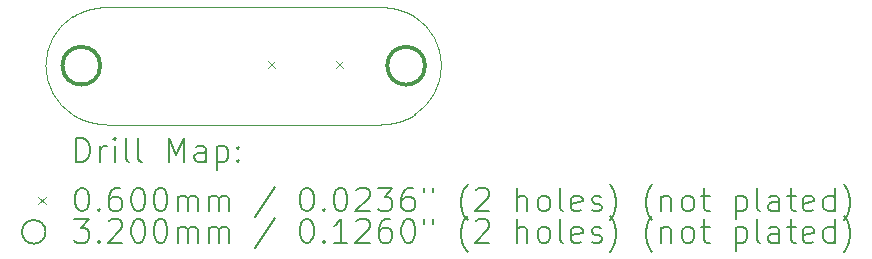
<source format=gbr>
%TF.GenerationSoftware,KiCad,Pcbnew,9.0.6*%
%TF.CreationDate,2025-12-27T03:33:36+09:00*%
%TF.ProjectId,muon,6d756f6e-2e6b-4696-9361-645f70636258,rev?*%
%TF.SameCoordinates,Original*%
%TF.FileFunction,Drillmap*%
%TF.FilePolarity,Positive*%
%FSLAX45Y45*%
G04 Gerber Fmt 4.5, Leading zero omitted, Abs format (unit mm)*
G04 Created by KiCad (PCBNEW 9.0.6) date 2025-12-27 03:33:36*
%MOMM*%
%LPD*%
G01*
G04 APERTURE LIST*
%ADD10C,0.050000*%
%ADD11C,0.200000*%
%ADD12C,0.100000*%
%ADD13C,0.320000*%
G04 APERTURE END LIST*
D10*
X7869895Y-6000000D02*
X7875570Y-6000000D01*
X7881285Y-5999997D01*
X7887039Y-5999991D01*
X7892831Y-5999979D01*
X7895741Y-5999971D01*
X7898661Y-5999960D01*
X7901589Y-5999946D01*
X7904526Y-5999930D01*
X7907473Y-5999911D01*
X7910427Y-5999889D01*
X7913391Y-5999864D01*
X7916362Y-5999835D01*
X7919342Y-5999802D01*
X7922330Y-5999765D01*
X7925327Y-5999723D01*
X7928331Y-5999677D01*
X7931343Y-5999626D01*
X7934362Y-5999570D01*
X7937389Y-5999509D01*
X7940424Y-5999442D01*
X7943465Y-5999369D01*
X7946514Y-5999291D01*
X7949570Y-5999206D01*
X7952633Y-5999114D01*
X7955703Y-5999016D01*
X7958779Y-5998910D01*
X7961862Y-5998798D01*
X7964951Y-5998678D01*
X7968046Y-5998550D01*
X7971148Y-5998414D01*
X7972701Y-5998343D01*
X7974255Y-5998270D01*
X7975811Y-5998195D01*
X7977369Y-5998117D01*
X7978928Y-5998038D01*
X7980488Y-5997956D01*
X7982050Y-5997872D01*
X7983613Y-5997786D01*
X7985177Y-5997697D01*
X7986743Y-5997606D01*
X7988310Y-5997513D01*
X7989879Y-5997417D01*
X7991449Y-5997319D01*
X7993020Y-5997219D01*
X7994593Y-5997116D01*
X7996166Y-5997010D01*
X7997741Y-5996902D01*
X7999317Y-5996791D01*
X8000895Y-5996678D01*
X8002473Y-5996562D01*
X8004053Y-5996444D01*
X8005634Y-5996323D01*
X8007216Y-5996199D01*
X8008800Y-5996072D01*
X8010384Y-5995942D01*
X8011970Y-5995810D01*
X8013556Y-5995675D01*
X8015144Y-5995537D01*
X8016733Y-5995396D01*
X8018323Y-5995252D01*
X8019914Y-5995105D01*
X8021505Y-5994956D01*
X8023098Y-5994803D01*
X8024692Y-5994647D01*
X8026287Y-5994488D01*
X8027883Y-5994326D01*
X8029479Y-5994160D01*
X8031077Y-5993992D01*
X8032676Y-5993820D01*
X8034275Y-5993646D01*
X8035875Y-5993467D01*
X8037476Y-5993286D01*
X8039078Y-5993101D01*
X8040681Y-5992913D01*
X8042285Y-5992721D01*
X8043889Y-5992527D01*
X8045495Y-5992328D01*
X8047101Y-5992126D01*
X8048707Y-5991921D01*
X8050315Y-5991712D01*
X8051923Y-5991499D01*
X8053532Y-5991283D01*
X8055141Y-5991064D01*
X8056752Y-5990840D01*
X8058363Y-5990613D01*
X8059974Y-5990382D01*
X8061586Y-5990148D01*
X8063199Y-5989909D01*
X8064812Y-5989667D01*
X8066426Y-5989421D01*
X8068041Y-5989171D01*
X8069656Y-5988917D01*
X8071271Y-5988660D01*
X8072887Y-5988398D01*
X8074504Y-5988132D01*
X8076121Y-5987863D01*
X8077738Y-5987589D01*
X8079356Y-5987311D01*
X8080975Y-5987029D01*
X8082594Y-5986743D01*
X8084213Y-5986453D01*
X8085832Y-5986158D01*
X8087452Y-5985859D01*
X8089073Y-5985556D01*
X8090693Y-5985249D01*
X8092314Y-5984938D01*
X8093936Y-5984622D01*
X8095557Y-5984301D01*
X8097179Y-5983976D01*
X8098801Y-5983647D01*
X8100424Y-5983313D01*
X8102046Y-5982975D01*
X8103669Y-5982632D01*
X8105292Y-5982285D01*
X8106915Y-5981933D01*
X8108538Y-5981577D01*
X8110162Y-5981215D01*
X8111786Y-5980849D01*
X8113409Y-5980479D01*
X8115033Y-5980103D01*
X8116657Y-5979723D01*
X8118281Y-5979338D01*
X8119905Y-5978948D01*
X8121529Y-5978554D01*
X8123153Y-5978154D01*
X8124778Y-5977750D01*
X8126402Y-5977340D01*
X8128026Y-5976926D01*
X8129650Y-5976506D01*
X8131274Y-5976081D01*
X8132898Y-5975652D01*
X8134522Y-5975217D01*
X8136145Y-5974777D01*
X8137769Y-5974332D01*
X8139392Y-5973882D01*
X8141016Y-5973426D01*
X8142639Y-5972965D01*
X8144262Y-5972499D01*
X8145885Y-5972028D01*
X8147507Y-5971551D01*
X8149130Y-5971069D01*
X8150752Y-5970581D01*
X8152374Y-5970088D01*
X8153995Y-5969590D01*
X8155617Y-5969086D01*
X8157238Y-5968576D01*
X8158858Y-5968061D01*
X8160479Y-5967540D01*
X8162099Y-5967014D01*
X8163718Y-5966482D01*
X8165337Y-5965944D01*
X8166956Y-5965401D01*
X8168575Y-5964852D01*
X8170193Y-5964297D01*
X8171810Y-5963736D01*
X8173427Y-5963169D01*
X8175044Y-5962597D01*
X8176660Y-5962018D01*
X8178275Y-5961434D01*
X8179890Y-5960844D01*
X8181505Y-5960247D01*
X8183119Y-5959645D01*
X8184732Y-5959037D01*
X8186345Y-5958422D01*
X8187957Y-5957802D01*
X8189569Y-5957175D01*
X8191179Y-5956542D01*
X8192790Y-5955903D01*
X8194399Y-5955258D01*
X8196008Y-5954606D01*
X8197616Y-5953948D01*
X8199224Y-5953284D01*
X8200831Y-5952614D01*
X8202437Y-5951937D01*
X8204042Y-5951253D01*
X8205646Y-5950563D01*
X8207250Y-5949867D01*
X8208853Y-5949164D01*
X8210455Y-5948455D01*
X8212056Y-5947739D01*
X8213656Y-5947017D01*
X8215256Y-5946288D01*
X8216854Y-5945552D01*
X8218452Y-5944809D01*
X8220049Y-5944060D01*
X8221644Y-5943304D01*
X8223239Y-5942542D01*
X8224833Y-5941772D01*
X8226426Y-5940996D01*
X8228018Y-5940212D01*
X8229609Y-5939422D01*
X8231198Y-5938625D01*
X8232787Y-5937821D01*
X8234375Y-5937010D01*
X8235962Y-5936192D01*
X8237547Y-5935367D01*
X8239132Y-5934535D01*
X8240715Y-5933696D01*
X8242297Y-5932849D01*
X8243878Y-5931996D01*
X8245458Y-5931135D01*
X8247037Y-5930267D01*
X8248614Y-5929391D01*
X8250190Y-5928509D01*
X8251765Y-5927619D01*
X8253339Y-5926722D01*
X8254911Y-5925817D01*
X8256483Y-5924905D01*
X8258052Y-5923985D01*
X8259621Y-5923058D01*
X8261188Y-5922124D01*
X8262754Y-5921182D01*
X8264319Y-5920232D01*
X8265882Y-5919275D01*
X8267444Y-5918310D01*
X8269004Y-5917338D01*
X8270563Y-5916358D01*
X8272120Y-5915370D01*
X7869895Y-5000000D02*
X7875570Y-5000000D01*
X7881285Y-5000003D01*
X7887039Y-5000009D01*
X7892831Y-5000021D01*
X7895741Y-5000029D01*
X7898661Y-5000040D01*
X7901589Y-5000054D01*
X7904526Y-5000070D01*
X7907473Y-5000089D01*
X7910427Y-5000111D01*
X7913391Y-5000136D01*
X7916362Y-5000165D01*
X7919342Y-5000198D01*
X7922330Y-5000235D01*
X7925327Y-5000277D01*
X7928331Y-5000323D01*
X7931343Y-5000374D01*
X7934362Y-5000430D01*
X7937389Y-5000491D01*
X7940424Y-5000558D01*
X7943465Y-5000631D01*
X7946514Y-5000709D01*
X7949570Y-5000794D01*
X7952633Y-5000886D01*
X7955703Y-5000984D01*
X7958779Y-5001090D01*
X7961862Y-5001202D01*
X7964951Y-5001322D01*
X7968046Y-5001450D01*
X7971148Y-5001586D01*
X7972701Y-5001657D01*
X7974255Y-5001730D01*
X7975811Y-5001805D01*
X7977369Y-5001883D01*
X7978928Y-5001962D01*
X7980488Y-5002044D01*
X7982050Y-5002128D01*
X7983613Y-5002214D01*
X7985177Y-5002303D01*
X7986743Y-5002394D01*
X7988310Y-5002487D01*
X7989879Y-5002583D01*
X7991449Y-5002681D01*
X7993020Y-5002781D01*
X7994593Y-5002884D01*
X7996166Y-5002990D01*
X7997741Y-5003098D01*
X7999317Y-5003209D01*
X8000895Y-5003322D01*
X8002473Y-5003438D01*
X8004053Y-5003556D01*
X8005634Y-5003677D01*
X8007216Y-5003801D01*
X8008800Y-5003928D01*
X8010384Y-5004058D01*
X8011970Y-5004190D01*
X8013556Y-5004325D01*
X8015144Y-5004463D01*
X8016733Y-5004604D01*
X8018323Y-5004748D01*
X8019914Y-5004895D01*
X8021505Y-5005044D01*
X8023098Y-5005197D01*
X8024692Y-5005353D01*
X8026287Y-5005512D01*
X8027883Y-5005674D01*
X8029479Y-5005840D01*
X8031077Y-5006008D01*
X8032676Y-5006180D01*
X8034275Y-5006354D01*
X8035875Y-5006533D01*
X8037476Y-5006714D01*
X8039078Y-5006899D01*
X8040681Y-5007087D01*
X8042285Y-5007279D01*
X8043889Y-5007473D01*
X8045495Y-5007672D01*
X8047101Y-5007874D01*
X8048707Y-5008079D01*
X8050315Y-5008288D01*
X8051923Y-5008501D01*
X8053532Y-5008717D01*
X8055141Y-5008936D01*
X8056752Y-5009160D01*
X8058363Y-5009387D01*
X8059974Y-5009618D01*
X8061586Y-5009852D01*
X8063199Y-5010091D01*
X8064812Y-5010333D01*
X8066426Y-5010579D01*
X8068041Y-5010829D01*
X8069656Y-5011083D01*
X8071271Y-5011340D01*
X8072887Y-5011602D01*
X8074504Y-5011868D01*
X8076121Y-5012137D01*
X8077738Y-5012411D01*
X8079356Y-5012689D01*
X8080975Y-5012971D01*
X8082594Y-5013257D01*
X8084213Y-5013547D01*
X8085832Y-5013842D01*
X8087452Y-5014141D01*
X8089073Y-5014444D01*
X8090693Y-5014751D01*
X8092314Y-5015062D01*
X8093936Y-5015378D01*
X8095557Y-5015699D01*
X8097179Y-5016024D01*
X8098801Y-5016353D01*
X8100424Y-5016687D01*
X8102046Y-5017025D01*
X8103669Y-5017368D01*
X8105292Y-5017715D01*
X8106915Y-5018067D01*
X8108538Y-5018423D01*
X8110162Y-5018785D01*
X8111786Y-5019151D01*
X8113409Y-5019521D01*
X8115033Y-5019897D01*
X8116657Y-5020277D01*
X8118281Y-5020662D01*
X8119905Y-5021052D01*
X8121529Y-5021446D01*
X8123153Y-5021846D01*
X8124778Y-5022250D01*
X8126402Y-5022660D01*
X8128026Y-5023074D01*
X8129650Y-5023494D01*
X8131274Y-5023919D01*
X8132898Y-5024348D01*
X8134522Y-5024783D01*
X8136145Y-5025223D01*
X8137769Y-5025668D01*
X8139392Y-5026118D01*
X8141016Y-5026574D01*
X8142639Y-5027035D01*
X8144262Y-5027501D01*
X8145885Y-5027972D01*
X8147507Y-5028449D01*
X8149130Y-5028931D01*
X8150752Y-5029419D01*
X8152374Y-5029912D01*
X8153995Y-5030410D01*
X8155617Y-5030914D01*
X8157238Y-5031424D01*
X8158858Y-5031939D01*
X8160479Y-5032460D01*
X8162099Y-5032986D01*
X8163718Y-5033518D01*
X8165337Y-5034056D01*
X8166956Y-5034599D01*
X8168575Y-5035148D01*
X8170193Y-5035703D01*
X8171810Y-5036264D01*
X8173427Y-5036831D01*
X8175044Y-5037403D01*
X8176660Y-5037982D01*
X8178275Y-5038566D01*
X8179890Y-5039156D01*
X8181505Y-5039753D01*
X8183119Y-5040355D01*
X8184732Y-5040963D01*
X8186345Y-5041578D01*
X8187957Y-5042198D01*
X8189569Y-5042825D01*
X8191179Y-5043458D01*
X8192790Y-5044097D01*
X8194399Y-5044742D01*
X8196008Y-5045394D01*
X8197616Y-5046052D01*
X8199224Y-5046716D01*
X8200831Y-5047386D01*
X8202437Y-5048063D01*
X8204042Y-5048747D01*
X8205646Y-5049437D01*
X8207250Y-5050133D01*
X8208853Y-5050836D01*
X8210455Y-5051545D01*
X8212056Y-5052261D01*
X8213656Y-5052983D01*
X8215256Y-5053712D01*
X8216854Y-5054448D01*
X8218452Y-5055191D01*
X8220049Y-5055940D01*
X8221644Y-5056696D01*
X8223239Y-5057458D01*
X8224833Y-5058228D01*
X8226426Y-5059004D01*
X8228018Y-5059788D01*
X8229609Y-5060578D01*
X8231198Y-5061375D01*
X8232787Y-5062179D01*
X8234375Y-5062990D01*
X8235962Y-5063808D01*
X8237547Y-5064633D01*
X8239132Y-5065465D01*
X8240715Y-5066304D01*
X8242297Y-5067151D01*
X8243878Y-5068004D01*
X8245458Y-5068865D01*
X8247037Y-5069733D01*
X8248614Y-5070609D01*
X8250190Y-5071491D01*
X8251765Y-5072381D01*
X8253339Y-5073278D01*
X8254911Y-5074183D01*
X8256483Y-5075095D01*
X8258052Y-5076015D01*
X8259621Y-5076942D01*
X8261188Y-5077876D01*
X8262754Y-5078818D01*
X8264319Y-5079768D01*
X8265882Y-5080725D01*
X8267444Y-5081690D01*
X8269004Y-5082662D01*
X8270563Y-5083642D01*
X8272120Y-5084630D01*
X5377880Y-5915370D02*
G75*
G02*
X5377880Y-5084630I264620J415370D01*
G01*
X5780105Y-6000000D02*
X7869895Y-6000000D01*
X8272120Y-5084630D02*
G75*
G02*
X8272120Y-5915370I-264620J-415370D01*
G01*
X5780105Y-6000000D02*
X5774430Y-6000000D01*
X5768715Y-5999997D01*
X5762961Y-5999991D01*
X5757169Y-5999979D01*
X5754258Y-5999971D01*
X5751339Y-5999960D01*
X5748411Y-5999946D01*
X5745473Y-5999930D01*
X5742527Y-5999911D01*
X5739573Y-5999889D01*
X5736609Y-5999864D01*
X5733638Y-5999835D01*
X5730658Y-5999802D01*
X5727669Y-5999765D01*
X5724673Y-5999723D01*
X5721669Y-5999677D01*
X5718657Y-5999626D01*
X5715638Y-5999570D01*
X5712611Y-5999509D01*
X5709576Y-5999442D01*
X5706535Y-5999369D01*
X5703486Y-5999291D01*
X5700430Y-5999206D01*
X5697367Y-5999114D01*
X5694297Y-5999016D01*
X5691221Y-5998910D01*
X5688138Y-5998798D01*
X5685049Y-5998678D01*
X5681954Y-5998550D01*
X5678852Y-5998414D01*
X5677299Y-5998343D01*
X5675745Y-5998270D01*
X5674189Y-5998195D01*
X5672631Y-5998117D01*
X5671072Y-5998038D01*
X5669512Y-5997956D01*
X5667950Y-5997872D01*
X5666387Y-5997786D01*
X5664823Y-5997697D01*
X5663257Y-5997606D01*
X5661689Y-5997513D01*
X5660121Y-5997417D01*
X5658551Y-5997319D01*
X5656980Y-5997219D01*
X5655407Y-5997116D01*
X5653834Y-5997010D01*
X5652259Y-5996902D01*
X5650682Y-5996791D01*
X5649105Y-5996678D01*
X5647526Y-5996562D01*
X5645947Y-5996444D01*
X5644366Y-5996323D01*
X5642783Y-5996199D01*
X5641200Y-5996072D01*
X5639616Y-5995942D01*
X5638030Y-5995810D01*
X5636444Y-5995675D01*
X5634856Y-5995537D01*
X5633267Y-5995396D01*
X5631677Y-5995252D01*
X5630086Y-5995105D01*
X5628495Y-5994956D01*
X5626902Y-5994803D01*
X5625308Y-5994647D01*
X5623713Y-5994488D01*
X5622117Y-5994326D01*
X5620520Y-5994160D01*
X5618923Y-5993992D01*
X5617324Y-5993820D01*
X5615725Y-5993646D01*
X5614125Y-5993467D01*
X5612523Y-5993286D01*
X5610921Y-5993101D01*
X5609319Y-5992913D01*
X5607715Y-5992721D01*
X5606111Y-5992527D01*
X5604505Y-5992328D01*
X5602899Y-5992126D01*
X5601293Y-5991921D01*
X5599685Y-5991712D01*
X5598077Y-5991499D01*
X5596468Y-5991283D01*
X5594858Y-5991064D01*
X5593248Y-5990840D01*
X5591637Y-5990613D01*
X5590026Y-5990382D01*
X5588414Y-5990148D01*
X5586801Y-5989909D01*
X5585188Y-5989667D01*
X5583574Y-5989421D01*
X5581959Y-5989171D01*
X5580344Y-5988917D01*
X5578729Y-5988660D01*
X5577113Y-5988398D01*
X5575496Y-5988132D01*
X5573879Y-5987863D01*
X5572262Y-5987589D01*
X5570644Y-5987311D01*
X5569025Y-5987029D01*
X5567406Y-5986743D01*
X5565787Y-5986453D01*
X5564168Y-5986158D01*
X5562548Y-5985859D01*
X5560927Y-5985556D01*
X5559307Y-5985249D01*
X5557686Y-5984938D01*
X5556064Y-5984622D01*
X5554443Y-5984301D01*
X5552821Y-5983976D01*
X5551199Y-5983647D01*
X5549576Y-5983313D01*
X5547954Y-5982975D01*
X5546331Y-5982632D01*
X5544708Y-5982285D01*
X5543085Y-5981933D01*
X5541462Y-5981577D01*
X5539838Y-5981215D01*
X5538214Y-5980849D01*
X5536591Y-5980479D01*
X5534967Y-5980103D01*
X5533343Y-5979723D01*
X5531719Y-5979338D01*
X5530095Y-5978948D01*
X5528471Y-5978554D01*
X5526847Y-5978154D01*
X5525222Y-5977750D01*
X5523598Y-5977340D01*
X5521974Y-5976926D01*
X5520350Y-5976506D01*
X5518726Y-5976081D01*
X5517102Y-5975652D01*
X5515478Y-5975217D01*
X5513855Y-5974777D01*
X5512231Y-5974332D01*
X5510608Y-5973882D01*
X5508984Y-5973426D01*
X5507361Y-5972965D01*
X5505738Y-5972499D01*
X5504115Y-5972028D01*
X5502493Y-5971551D01*
X5500870Y-5971069D01*
X5499248Y-5970581D01*
X5497626Y-5970088D01*
X5496005Y-5969590D01*
X5494383Y-5969086D01*
X5492762Y-5968576D01*
X5491142Y-5968061D01*
X5489521Y-5967540D01*
X5487901Y-5967014D01*
X5486282Y-5966482D01*
X5484663Y-5965944D01*
X5483044Y-5965401D01*
X5481425Y-5964852D01*
X5479807Y-5964297D01*
X5478190Y-5963736D01*
X5476573Y-5963169D01*
X5474956Y-5962597D01*
X5473340Y-5962018D01*
X5471725Y-5961434D01*
X5470110Y-5960844D01*
X5468495Y-5960247D01*
X5466881Y-5959645D01*
X5465268Y-5959037D01*
X5463655Y-5958422D01*
X5462043Y-5957802D01*
X5460431Y-5957175D01*
X5458821Y-5956542D01*
X5457210Y-5955903D01*
X5455601Y-5955258D01*
X5453992Y-5954606D01*
X5452384Y-5953948D01*
X5450776Y-5953284D01*
X5449169Y-5952614D01*
X5447563Y-5951937D01*
X5445958Y-5951253D01*
X5444354Y-5950563D01*
X5442750Y-5949867D01*
X5441147Y-5949164D01*
X5439545Y-5948455D01*
X5437944Y-5947739D01*
X5436344Y-5947017D01*
X5434744Y-5946288D01*
X5433146Y-5945552D01*
X5431548Y-5944809D01*
X5429951Y-5944060D01*
X5428356Y-5943304D01*
X5426761Y-5942542D01*
X5425167Y-5941772D01*
X5423574Y-5940996D01*
X5421982Y-5940212D01*
X5420391Y-5939422D01*
X5418802Y-5938625D01*
X5417213Y-5937821D01*
X5415625Y-5937010D01*
X5414038Y-5936192D01*
X5412453Y-5935367D01*
X5410868Y-5934535D01*
X5409285Y-5933696D01*
X5407703Y-5932849D01*
X5406122Y-5931996D01*
X5404542Y-5931135D01*
X5402963Y-5930267D01*
X5401386Y-5929391D01*
X5399810Y-5928509D01*
X5398235Y-5927619D01*
X5396661Y-5926722D01*
X5395089Y-5925817D01*
X5393517Y-5924905D01*
X5391948Y-5923985D01*
X5390379Y-5923058D01*
X5388812Y-5922124D01*
X5387246Y-5921182D01*
X5385681Y-5920232D01*
X5384118Y-5919275D01*
X5382556Y-5918310D01*
X5380996Y-5917338D01*
X5379437Y-5916358D01*
X5377880Y-5915370D01*
X7869895Y-5000000D02*
X5780105Y-5000000D01*
X5780105Y-5000000D02*
X5774430Y-5000000D01*
X5768715Y-5000003D01*
X5762961Y-5000009D01*
X5757169Y-5000021D01*
X5754258Y-5000029D01*
X5751339Y-5000040D01*
X5748411Y-5000054D01*
X5745473Y-5000070D01*
X5742527Y-5000089D01*
X5739573Y-5000111D01*
X5736609Y-5000136D01*
X5733638Y-5000165D01*
X5730658Y-5000198D01*
X5727669Y-5000235D01*
X5724673Y-5000277D01*
X5721669Y-5000323D01*
X5718657Y-5000374D01*
X5715638Y-5000430D01*
X5712611Y-5000491D01*
X5709576Y-5000558D01*
X5706535Y-5000631D01*
X5703486Y-5000709D01*
X5700430Y-5000794D01*
X5697367Y-5000886D01*
X5694297Y-5000984D01*
X5691221Y-5001090D01*
X5688138Y-5001202D01*
X5685049Y-5001322D01*
X5681954Y-5001450D01*
X5678852Y-5001586D01*
X5677299Y-5001657D01*
X5675745Y-5001730D01*
X5674189Y-5001805D01*
X5672631Y-5001883D01*
X5671072Y-5001962D01*
X5669512Y-5002044D01*
X5667950Y-5002128D01*
X5666387Y-5002214D01*
X5664823Y-5002303D01*
X5663257Y-5002394D01*
X5661689Y-5002487D01*
X5660121Y-5002583D01*
X5658551Y-5002681D01*
X5656980Y-5002781D01*
X5655407Y-5002884D01*
X5653834Y-5002990D01*
X5652259Y-5003098D01*
X5650682Y-5003209D01*
X5649105Y-5003322D01*
X5647526Y-5003438D01*
X5645947Y-5003556D01*
X5644366Y-5003677D01*
X5642783Y-5003801D01*
X5641200Y-5003928D01*
X5639616Y-5004058D01*
X5638030Y-5004190D01*
X5636444Y-5004325D01*
X5634856Y-5004463D01*
X5633267Y-5004604D01*
X5631677Y-5004748D01*
X5630086Y-5004895D01*
X5628495Y-5005044D01*
X5626902Y-5005197D01*
X5625308Y-5005353D01*
X5623713Y-5005512D01*
X5622117Y-5005674D01*
X5620520Y-5005840D01*
X5618923Y-5006008D01*
X5617324Y-5006180D01*
X5615725Y-5006354D01*
X5614125Y-5006533D01*
X5612523Y-5006714D01*
X5610921Y-5006899D01*
X5609319Y-5007087D01*
X5607715Y-5007279D01*
X5606111Y-5007473D01*
X5604505Y-5007672D01*
X5602899Y-5007874D01*
X5601293Y-5008079D01*
X5599685Y-5008288D01*
X5598077Y-5008501D01*
X5596468Y-5008717D01*
X5594858Y-5008936D01*
X5593248Y-5009160D01*
X5591637Y-5009387D01*
X5590026Y-5009618D01*
X5588414Y-5009852D01*
X5586801Y-5010091D01*
X5585188Y-5010333D01*
X5583574Y-5010579D01*
X5581959Y-5010829D01*
X5580344Y-5011083D01*
X5578729Y-5011340D01*
X5577113Y-5011602D01*
X5575496Y-5011868D01*
X5573879Y-5012137D01*
X5572262Y-5012411D01*
X5570644Y-5012689D01*
X5569025Y-5012971D01*
X5567406Y-5013257D01*
X5565787Y-5013547D01*
X5564168Y-5013842D01*
X5562548Y-5014141D01*
X5560927Y-5014444D01*
X5559307Y-5014751D01*
X5557686Y-5015062D01*
X5556064Y-5015378D01*
X5554443Y-5015699D01*
X5552821Y-5016024D01*
X5551199Y-5016353D01*
X5549576Y-5016687D01*
X5547954Y-5017025D01*
X5546331Y-5017368D01*
X5544708Y-5017715D01*
X5543085Y-5018067D01*
X5541462Y-5018423D01*
X5539838Y-5018785D01*
X5538214Y-5019151D01*
X5536591Y-5019521D01*
X5534967Y-5019897D01*
X5533343Y-5020277D01*
X5531719Y-5020662D01*
X5530095Y-5021052D01*
X5528471Y-5021446D01*
X5526847Y-5021846D01*
X5525222Y-5022250D01*
X5523598Y-5022660D01*
X5521974Y-5023074D01*
X5520350Y-5023494D01*
X5518726Y-5023919D01*
X5517102Y-5024348D01*
X5515478Y-5024783D01*
X5513855Y-5025223D01*
X5512231Y-5025668D01*
X5510608Y-5026118D01*
X5508984Y-5026574D01*
X5507361Y-5027035D01*
X5505738Y-5027501D01*
X5504115Y-5027972D01*
X5502493Y-5028449D01*
X5500870Y-5028931D01*
X5499248Y-5029419D01*
X5497626Y-5029912D01*
X5496005Y-5030410D01*
X5494383Y-5030914D01*
X5492762Y-5031424D01*
X5491142Y-5031939D01*
X5489521Y-5032460D01*
X5487901Y-5032986D01*
X5486282Y-5033518D01*
X5484663Y-5034056D01*
X5483044Y-5034599D01*
X5481425Y-5035148D01*
X5479807Y-5035703D01*
X5478190Y-5036264D01*
X5476573Y-5036831D01*
X5474956Y-5037403D01*
X5473340Y-5037982D01*
X5471725Y-5038566D01*
X5470110Y-5039156D01*
X5468495Y-5039753D01*
X5466881Y-5040355D01*
X5465268Y-5040963D01*
X5463655Y-5041578D01*
X5462043Y-5042198D01*
X5460431Y-5042825D01*
X5458821Y-5043458D01*
X5457210Y-5044097D01*
X5455601Y-5044742D01*
X5453992Y-5045394D01*
X5452384Y-5046052D01*
X5450776Y-5046716D01*
X5449169Y-5047386D01*
X5447563Y-5048063D01*
X5445958Y-5048747D01*
X5444354Y-5049437D01*
X5442750Y-5050133D01*
X5441147Y-5050836D01*
X5439545Y-5051545D01*
X5437944Y-5052261D01*
X5436344Y-5052983D01*
X5434744Y-5053712D01*
X5433146Y-5054448D01*
X5431548Y-5055191D01*
X5429951Y-5055940D01*
X5428356Y-5056696D01*
X5426761Y-5057458D01*
X5425167Y-5058228D01*
X5423574Y-5059004D01*
X5421982Y-5059788D01*
X5420391Y-5060578D01*
X5418802Y-5061375D01*
X5417213Y-5062179D01*
X5415625Y-5062990D01*
X5414038Y-5063808D01*
X5412453Y-5064633D01*
X5410868Y-5065465D01*
X5409285Y-5066304D01*
X5407703Y-5067151D01*
X5406122Y-5068004D01*
X5404542Y-5068865D01*
X5402963Y-5069733D01*
X5401386Y-5070609D01*
X5399810Y-5071491D01*
X5398235Y-5072381D01*
X5396661Y-5073278D01*
X5395089Y-5074183D01*
X5393517Y-5075095D01*
X5391948Y-5076015D01*
X5390379Y-5076942D01*
X5388812Y-5077876D01*
X5387246Y-5078818D01*
X5385681Y-5079768D01*
X5384118Y-5080725D01*
X5382556Y-5081690D01*
X5380996Y-5082662D01*
X5379437Y-5083642D01*
X5377880Y-5084630D01*
D11*
D12*
X7031000Y-5458000D02*
X7091000Y-5518000D01*
X7091000Y-5458000D02*
X7031000Y-5518000D01*
X7609000Y-5458000D02*
X7669000Y-5518000D01*
X7669000Y-5458000D02*
X7609000Y-5518000D01*
D13*
X5610000Y-5500000D02*
G75*
G02*
X5290000Y-5500000I-160000J0D01*
G01*
X5290000Y-5500000D02*
G75*
G02*
X5610000Y-5500000I160000J0D01*
G01*
X8360000Y-5500000D02*
G75*
G02*
X8040000Y-5500000I-160000J0D01*
G01*
X8040000Y-5500000D02*
G75*
G02*
X8360000Y-5500000I160000J0D01*
G01*
D11*
X5408277Y-6313984D02*
X5408277Y-6113984D01*
X5408277Y-6113984D02*
X5455896Y-6113984D01*
X5455896Y-6113984D02*
X5484468Y-6123508D01*
X5484468Y-6123508D02*
X5503515Y-6142555D01*
X5503515Y-6142555D02*
X5513039Y-6161603D01*
X5513039Y-6161603D02*
X5522563Y-6199698D01*
X5522563Y-6199698D02*
X5522563Y-6228269D01*
X5522563Y-6228269D02*
X5513039Y-6266365D01*
X5513039Y-6266365D02*
X5503515Y-6285412D01*
X5503515Y-6285412D02*
X5484468Y-6304460D01*
X5484468Y-6304460D02*
X5455896Y-6313984D01*
X5455896Y-6313984D02*
X5408277Y-6313984D01*
X5608277Y-6313984D02*
X5608277Y-6180650D01*
X5608277Y-6218746D02*
X5617801Y-6199698D01*
X5617801Y-6199698D02*
X5627325Y-6190174D01*
X5627325Y-6190174D02*
X5646372Y-6180650D01*
X5646372Y-6180650D02*
X5665420Y-6180650D01*
X5732087Y-6313984D02*
X5732087Y-6180650D01*
X5732087Y-6113984D02*
X5722563Y-6123508D01*
X5722563Y-6123508D02*
X5732087Y-6133031D01*
X5732087Y-6133031D02*
X5741610Y-6123508D01*
X5741610Y-6123508D02*
X5732087Y-6113984D01*
X5732087Y-6113984D02*
X5732087Y-6133031D01*
X5855896Y-6313984D02*
X5836848Y-6304460D01*
X5836848Y-6304460D02*
X5827325Y-6285412D01*
X5827325Y-6285412D02*
X5827325Y-6113984D01*
X5960658Y-6313984D02*
X5941610Y-6304460D01*
X5941610Y-6304460D02*
X5932087Y-6285412D01*
X5932087Y-6285412D02*
X5932087Y-6113984D01*
X6189229Y-6313984D02*
X6189229Y-6113984D01*
X6189229Y-6113984D02*
X6255896Y-6256841D01*
X6255896Y-6256841D02*
X6322563Y-6113984D01*
X6322563Y-6113984D02*
X6322563Y-6313984D01*
X6503515Y-6313984D02*
X6503515Y-6209222D01*
X6503515Y-6209222D02*
X6493991Y-6190174D01*
X6493991Y-6190174D02*
X6474944Y-6180650D01*
X6474944Y-6180650D02*
X6436848Y-6180650D01*
X6436848Y-6180650D02*
X6417801Y-6190174D01*
X6503515Y-6304460D02*
X6484468Y-6313984D01*
X6484468Y-6313984D02*
X6436848Y-6313984D01*
X6436848Y-6313984D02*
X6417801Y-6304460D01*
X6417801Y-6304460D02*
X6408277Y-6285412D01*
X6408277Y-6285412D02*
X6408277Y-6266365D01*
X6408277Y-6266365D02*
X6417801Y-6247317D01*
X6417801Y-6247317D02*
X6436848Y-6237793D01*
X6436848Y-6237793D02*
X6484468Y-6237793D01*
X6484468Y-6237793D02*
X6503515Y-6228269D01*
X6598753Y-6180650D02*
X6598753Y-6380650D01*
X6598753Y-6190174D02*
X6617801Y-6180650D01*
X6617801Y-6180650D02*
X6655896Y-6180650D01*
X6655896Y-6180650D02*
X6674944Y-6190174D01*
X6674944Y-6190174D02*
X6684468Y-6199698D01*
X6684468Y-6199698D02*
X6693991Y-6218746D01*
X6693991Y-6218746D02*
X6693991Y-6275888D01*
X6693991Y-6275888D02*
X6684468Y-6294936D01*
X6684468Y-6294936D02*
X6674944Y-6304460D01*
X6674944Y-6304460D02*
X6655896Y-6313984D01*
X6655896Y-6313984D02*
X6617801Y-6313984D01*
X6617801Y-6313984D02*
X6598753Y-6304460D01*
X6779706Y-6294936D02*
X6789229Y-6304460D01*
X6789229Y-6304460D02*
X6779706Y-6313984D01*
X6779706Y-6313984D02*
X6770182Y-6304460D01*
X6770182Y-6304460D02*
X6779706Y-6294936D01*
X6779706Y-6294936D02*
X6779706Y-6313984D01*
X6779706Y-6190174D02*
X6789229Y-6199698D01*
X6789229Y-6199698D02*
X6779706Y-6209222D01*
X6779706Y-6209222D02*
X6770182Y-6199698D01*
X6770182Y-6199698D02*
X6779706Y-6190174D01*
X6779706Y-6190174D02*
X6779706Y-6209222D01*
D12*
X5087500Y-6612500D02*
X5147500Y-6672500D01*
X5147500Y-6612500D02*
X5087500Y-6672500D01*
D11*
X5446372Y-6533984D02*
X5465420Y-6533984D01*
X5465420Y-6533984D02*
X5484468Y-6543508D01*
X5484468Y-6543508D02*
X5493991Y-6553031D01*
X5493991Y-6553031D02*
X5503515Y-6572079D01*
X5503515Y-6572079D02*
X5513039Y-6610174D01*
X5513039Y-6610174D02*
X5513039Y-6657793D01*
X5513039Y-6657793D02*
X5503515Y-6695888D01*
X5503515Y-6695888D02*
X5493991Y-6714936D01*
X5493991Y-6714936D02*
X5484468Y-6724460D01*
X5484468Y-6724460D02*
X5465420Y-6733984D01*
X5465420Y-6733984D02*
X5446372Y-6733984D01*
X5446372Y-6733984D02*
X5427325Y-6724460D01*
X5427325Y-6724460D02*
X5417801Y-6714936D01*
X5417801Y-6714936D02*
X5408277Y-6695888D01*
X5408277Y-6695888D02*
X5398753Y-6657793D01*
X5398753Y-6657793D02*
X5398753Y-6610174D01*
X5398753Y-6610174D02*
X5408277Y-6572079D01*
X5408277Y-6572079D02*
X5417801Y-6553031D01*
X5417801Y-6553031D02*
X5427325Y-6543508D01*
X5427325Y-6543508D02*
X5446372Y-6533984D01*
X5598753Y-6714936D02*
X5608277Y-6724460D01*
X5608277Y-6724460D02*
X5598753Y-6733984D01*
X5598753Y-6733984D02*
X5589230Y-6724460D01*
X5589230Y-6724460D02*
X5598753Y-6714936D01*
X5598753Y-6714936D02*
X5598753Y-6733984D01*
X5779706Y-6533984D02*
X5741610Y-6533984D01*
X5741610Y-6533984D02*
X5722563Y-6543508D01*
X5722563Y-6543508D02*
X5713039Y-6553031D01*
X5713039Y-6553031D02*
X5693991Y-6581603D01*
X5693991Y-6581603D02*
X5684468Y-6619698D01*
X5684468Y-6619698D02*
X5684468Y-6695888D01*
X5684468Y-6695888D02*
X5693991Y-6714936D01*
X5693991Y-6714936D02*
X5703515Y-6724460D01*
X5703515Y-6724460D02*
X5722563Y-6733984D01*
X5722563Y-6733984D02*
X5760658Y-6733984D01*
X5760658Y-6733984D02*
X5779706Y-6724460D01*
X5779706Y-6724460D02*
X5789229Y-6714936D01*
X5789229Y-6714936D02*
X5798753Y-6695888D01*
X5798753Y-6695888D02*
X5798753Y-6648269D01*
X5798753Y-6648269D02*
X5789229Y-6629222D01*
X5789229Y-6629222D02*
X5779706Y-6619698D01*
X5779706Y-6619698D02*
X5760658Y-6610174D01*
X5760658Y-6610174D02*
X5722563Y-6610174D01*
X5722563Y-6610174D02*
X5703515Y-6619698D01*
X5703515Y-6619698D02*
X5693991Y-6629222D01*
X5693991Y-6629222D02*
X5684468Y-6648269D01*
X5922563Y-6533984D02*
X5941610Y-6533984D01*
X5941610Y-6533984D02*
X5960658Y-6543508D01*
X5960658Y-6543508D02*
X5970182Y-6553031D01*
X5970182Y-6553031D02*
X5979706Y-6572079D01*
X5979706Y-6572079D02*
X5989229Y-6610174D01*
X5989229Y-6610174D02*
X5989229Y-6657793D01*
X5989229Y-6657793D02*
X5979706Y-6695888D01*
X5979706Y-6695888D02*
X5970182Y-6714936D01*
X5970182Y-6714936D02*
X5960658Y-6724460D01*
X5960658Y-6724460D02*
X5941610Y-6733984D01*
X5941610Y-6733984D02*
X5922563Y-6733984D01*
X5922563Y-6733984D02*
X5903515Y-6724460D01*
X5903515Y-6724460D02*
X5893991Y-6714936D01*
X5893991Y-6714936D02*
X5884468Y-6695888D01*
X5884468Y-6695888D02*
X5874944Y-6657793D01*
X5874944Y-6657793D02*
X5874944Y-6610174D01*
X5874944Y-6610174D02*
X5884468Y-6572079D01*
X5884468Y-6572079D02*
X5893991Y-6553031D01*
X5893991Y-6553031D02*
X5903515Y-6543508D01*
X5903515Y-6543508D02*
X5922563Y-6533984D01*
X6113039Y-6533984D02*
X6132087Y-6533984D01*
X6132087Y-6533984D02*
X6151134Y-6543508D01*
X6151134Y-6543508D02*
X6160658Y-6553031D01*
X6160658Y-6553031D02*
X6170182Y-6572079D01*
X6170182Y-6572079D02*
X6179706Y-6610174D01*
X6179706Y-6610174D02*
X6179706Y-6657793D01*
X6179706Y-6657793D02*
X6170182Y-6695888D01*
X6170182Y-6695888D02*
X6160658Y-6714936D01*
X6160658Y-6714936D02*
X6151134Y-6724460D01*
X6151134Y-6724460D02*
X6132087Y-6733984D01*
X6132087Y-6733984D02*
X6113039Y-6733984D01*
X6113039Y-6733984D02*
X6093991Y-6724460D01*
X6093991Y-6724460D02*
X6084468Y-6714936D01*
X6084468Y-6714936D02*
X6074944Y-6695888D01*
X6074944Y-6695888D02*
X6065420Y-6657793D01*
X6065420Y-6657793D02*
X6065420Y-6610174D01*
X6065420Y-6610174D02*
X6074944Y-6572079D01*
X6074944Y-6572079D02*
X6084468Y-6553031D01*
X6084468Y-6553031D02*
X6093991Y-6543508D01*
X6093991Y-6543508D02*
X6113039Y-6533984D01*
X6265420Y-6733984D02*
X6265420Y-6600650D01*
X6265420Y-6619698D02*
X6274944Y-6610174D01*
X6274944Y-6610174D02*
X6293991Y-6600650D01*
X6293991Y-6600650D02*
X6322563Y-6600650D01*
X6322563Y-6600650D02*
X6341610Y-6610174D01*
X6341610Y-6610174D02*
X6351134Y-6629222D01*
X6351134Y-6629222D02*
X6351134Y-6733984D01*
X6351134Y-6629222D02*
X6360658Y-6610174D01*
X6360658Y-6610174D02*
X6379706Y-6600650D01*
X6379706Y-6600650D02*
X6408277Y-6600650D01*
X6408277Y-6600650D02*
X6427325Y-6610174D01*
X6427325Y-6610174D02*
X6436849Y-6629222D01*
X6436849Y-6629222D02*
X6436849Y-6733984D01*
X6532087Y-6733984D02*
X6532087Y-6600650D01*
X6532087Y-6619698D02*
X6541610Y-6610174D01*
X6541610Y-6610174D02*
X6560658Y-6600650D01*
X6560658Y-6600650D02*
X6589230Y-6600650D01*
X6589230Y-6600650D02*
X6608277Y-6610174D01*
X6608277Y-6610174D02*
X6617801Y-6629222D01*
X6617801Y-6629222D02*
X6617801Y-6733984D01*
X6617801Y-6629222D02*
X6627325Y-6610174D01*
X6627325Y-6610174D02*
X6646372Y-6600650D01*
X6646372Y-6600650D02*
X6674944Y-6600650D01*
X6674944Y-6600650D02*
X6693991Y-6610174D01*
X6693991Y-6610174D02*
X6703515Y-6629222D01*
X6703515Y-6629222D02*
X6703515Y-6733984D01*
X7093991Y-6524460D02*
X6922563Y-6781603D01*
X7351134Y-6533984D02*
X7370182Y-6533984D01*
X7370182Y-6533984D02*
X7389230Y-6543508D01*
X7389230Y-6543508D02*
X7398753Y-6553031D01*
X7398753Y-6553031D02*
X7408277Y-6572079D01*
X7408277Y-6572079D02*
X7417801Y-6610174D01*
X7417801Y-6610174D02*
X7417801Y-6657793D01*
X7417801Y-6657793D02*
X7408277Y-6695888D01*
X7408277Y-6695888D02*
X7398753Y-6714936D01*
X7398753Y-6714936D02*
X7389230Y-6724460D01*
X7389230Y-6724460D02*
X7370182Y-6733984D01*
X7370182Y-6733984D02*
X7351134Y-6733984D01*
X7351134Y-6733984D02*
X7332087Y-6724460D01*
X7332087Y-6724460D02*
X7322563Y-6714936D01*
X7322563Y-6714936D02*
X7313039Y-6695888D01*
X7313039Y-6695888D02*
X7303515Y-6657793D01*
X7303515Y-6657793D02*
X7303515Y-6610174D01*
X7303515Y-6610174D02*
X7313039Y-6572079D01*
X7313039Y-6572079D02*
X7322563Y-6553031D01*
X7322563Y-6553031D02*
X7332087Y-6543508D01*
X7332087Y-6543508D02*
X7351134Y-6533984D01*
X7503515Y-6714936D02*
X7513039Y-6724460D01*
X7513039Y-6724460D02*
X7503515Y-6733984D01*
X7503515Y-6733984D02*
X7493992Y-6724460D01*
X7493992Y-6724460D02*
X7503515Y-6714936D01*
X7503515Y-6714936D02*
X7503515Y-6733984D01*
X7636849Y-6533984D02*
X7655896Y-6533984D01*
X7655896Y-6533984D02*
X7674944Y-6543508D01*
X7674944Y-6543508D02*
X7684468Y-6553031D01*
X7684468Y-6553031D02*
X7693992Y-6572079D01*
X7693992Y-6572079D02*
X7703515Y-6610174D01*
X7703515Y-6610174D02*
X7703515Y-6657793D01*
X7703515Y-6657793D02*
X7693992Y-6695888D01*
X7693992Y-6695888D02*
X7684468Y-6714936D01*
X7684468Y-6714936D02*
X7674944Y-6724460D01*
X7674944Y-6724460D02*
X7655896Y-6733984D01*
X7655896Y-6733984D02*
X7636849Y-6733984D01*
X7636849Y-6733984D02*
X7617801Y-6724460D01*
X7617801Y-6724460D02*
X7608277Y-6714936D01*
X7608277Y-6714936D02*
X7598753Y-6695888D01*
X7598753Y-6695888D02*
X7589230Y-6657793D01*
X7589230Y-6657793D02*
X7589230Y-6610174D01*
X7589230Y-6610174D02*
X7598753Y-6572079D01*
X7598753Y-6572079D02*
X7608277Y-6553031D01*
X7608277Y-6553031D02*
X7617801Y-6543508D01*
X7617801Y-6543508D02*
X7636849Y-6533984D01*
X7779706Y-6553031D02*
X7789230Y-6543508D01*
X7789230Y-6543508D02*
X7808277Y-6533984D01*
X7808277Y-6533984D02*
X7855896Y-6533984D01*
X7855896Y-6533984D02*
X7874944Y-6543508D01*
X7874944Y-6543508D02*
X7884468Y-6553031D01*
X7884468Y-6553031D02*
X7893992Y-6572079D01*
X7893992Y-6572079D02*
X7893992Y-6591127D01*
X7893992Y-6591127D02*
X7884468Y-6619698D01*
X7884468Y-6619698D02*
X7770182Y-6733984D01*
X7770182Y-6733984D02*
X7893992Y-6733984D01*
X7960658Y-6533984D02*
X8084468Y-6533984D01*
X8084468Y-6533984D02*
X8017801Y-6610174D01*
X8017801Y-6610174D02*
X8046373Y-6610174D01*
X8046373Y-6610174D02*
X8065420Y-6619698D01*
X8065420Y-6619698D02*
X8074944Y-6629222D01*
X8074944Y-6629222D02*
X8084468Y-6648269D01*
X8084468Y-6648269D02*
X8084468Y-6695888D01*
X8084468Y-6695888D02*
X8074944Y-6714936D01*
X8074944Y-6714936D02*
X8065420Y-6724460D01*
X8065420Y-6724460D02*
X8046373Y-6733984D01*
X8046373Y-6733984D02*
X7989230Y-6733984D01*
X7989230Y-6733984D02*
X7970182Y-6724460D01*
X7970182Y-6724460D02*
X7960658Y-6714936D01*
X8255896Y-6533984D02*
X8217801Y-6533984D01*
X8217801Y-6533984D02*
X8198753Y-6543508D01*
X8198753Y-6543508D02*
X8189230Y-6553031D01*
X8189230Y-6553031D02*
X8170182Y-6581603D01*
X8170182Y-6581603D02*
X8160658Y-6619698D01*
X8160658Y-6619698D02*
X8160658Y-6695888D01*
X8160658Y-6695888D02*
X8170182Y-6714936D01*
X8170182Y-6714936D02*
X8179706Y-6724460D01*
X8179706Y-6724460D02*
X8198753Y-6733984D01*
X8198753Y-6733984D02*
X8236849Y-6733984D01*
X8236849Y-6733984D02*
X8255896Y-6724460D01*
X8255896Y-6724460D02*
X8265420Y-6714936D01*
X8265420Y-6714936D02*
X8274944Y-6695888D01*
X8274944Y-6695888D02*
X8274944Y-6648269D01*
X8274944Y-6648269D02*
X8265420Y-6629222D01*
X8265420Y-6629222D02*
X8255896Y-6619698D01*
X8255896Y-6619698D02*
X8236849Y-6610174D01*
X8236849Y-6610174D02*
X8198753Y-6610174D01*
X8198753Y-6610174D02*
X8179706Y-6619698D01*
X8179706Y-6619698D02*
X8170182Y-6629222D01*
X8170182Y-6629222D02*
X8160658Y-6648269D01*
X8351134Y-6533984D02*
X8351134Y-6572079D01*
X8427325Y-6533984D02*
X8427325Y-6572079D01*
X8722563Y-6810174D02*
X8713039Y-6800650D01*
X8713039Y-6800650D02*
X8693992Y-6772079D01*
X8693992Y-6772079D02*
X8684468Y-6753031D01*
X8684468Y-6753031D02*
X8674944Y-6724460D01*
X8674944Y-6724460D02*
X8665420Y-6676841D01*
X8665420Y-6676841D02*
X8665420Y-6638746D01*
X8665420Y-6638746D02*
X8674944Y-6591127D01*
X8674944Y-6591127D02*
X8684468Y-6562555D01*
X8684468Y-6562555D02*
X8693992Y-6543508D01*
X8693992Y-6543508D02*
X8713039Y-6514936D01*
X8713039Y-6514936D02*
X8722563Y-6505412D01*
X8789230Y-6553031D02*
X8798754Y-6543508D01*
X8798754Y-6543508D02*
X8817801Y-6533984D01*
X8817801Y-6533984D02*
X8865420Y-6533984D01*
X8865420Y-6533984D02*
X8884468Y-6543508D01*
X8884468Y-6543508D02*
X8893992Y-6553031D01*
X8893992Y-6553031D02*
X8903516Y-6572079D01*
X8903516Y-6572079D02*
X8903516Y-6591127D01*
X8903516Y-6591127D02*
X8893992Y-6619698D01*
X8893992Y-6619698D02*
X8779706Y-6733984D01*
X8779706Y-6733984D02*
X8903516Y-6733984D01*
X9141611Y-6733984D02*
X9141611Y-6533984D01*
X9227325Y-6733984D02*
X9227325Y-6629222D01*
X9227325Y-6629222D02*
X9217801Y-6610174D01*
X9217801Y-6610174D02*
X9198754Y-6600650D01*
X9198754Y-6600650D02*
X9170182Y-6600650D01*
X9170182Y-6600650D02*
X9151135Y-6610174D01*
X9151135Y-6610174D02*
X9141611Y-6619698D01*
X9351135Y-6733984D02*
X9332087Y-6724460D01*
X9332087Y-6724460D02*
X9322563Y-6714936D01*
X9322563Y-6714936D02*
X9313039Y-6695888D01*
X9313039Y-6695888D02*
X9313039Y-6638746D01*
X9313039Y-6638746D02*
X9322563Y-6619698D01*
X9322563Y-6619698D02*
X9332087Y-6610174D01*
X9332087Y-6610174D02*
X9351135Y-6600650D01*
X9351135Y-6600650D02*
X9379706Y-6600650D01*
X9379706Y-6600650D02*
X9398754Y-6610174D01*
X9398754Y-6610174D02*
X9408278Y-6619698D01*
X9408278Y-6619698D02*
X9417801Y-6638746D01*
X9417801Y-6638746D02*
X9417801Y-6695888D01*
X9417801Y-6695888D02*
X9408278Y-6714936D01*
X9408278Y-6714936D02*
X9398754Y-6724460D01*
X9398754Y-6724460D02*
X9379706Y-6733984D01*
X9379706Y-6733984D02*
X9351135Y-6733984D01*
X9532087Y-6733984D02*
X9513039Y-6724460D01*
X9513039Y-6724460D02*
X9503516Y-6705412D01*
X9503516Y-6705412D02*
X9503516Y-6533984D01*
X9684468Y-6724460D02*
X9665420Y-6733984D01*
X9665420Y-6733984D02*
X9627325Y-6733984D01*
X9627325Y-6733984D02*
X9608278Y-6724460D01*
X9608278Y-6724460D02*
X9598754Y-6705412D01*
X9598754Y-6705412D02*
X9598754Y-6629222D01*
X9598754Y-6629222D02*
X9608278Y-6610174D01*
X9608278Y-6610174D02*
X9627325Y-6600650D01*
X9627325Y-6600650D02*
X9665420Y-6600650D01*
X9665420Y-6600650D02*
X9684468Y-6610174D01*
X9684468Y-6610174D02*
X9693992Y-6629222D01*
X9693992Y-6629222D02*
X9693992Y-6648269D01*
X9693992Y-6648269D02*
X9598754Y-6667317D01*
X9770182Y-6724460D02*
X9789230Y-6733984D01*
X9789230Y-6733984D02*
X9827325Y-6733984D01*
X9827325Y-6733984D02*
X9846373Y-6724460D01*
X9846373Y-6724460D02*
X9855897Y-6705412D01*
X9855897Y-6705412D02*
X9855897Y-6695888D01*
X9855897Y-6695888D02*
X9846373Y-6676841D01*
X9846373Y-6676841D02*
X9827325Y-6667317D01*
X9827325Y-6667317D02*
X9798754Y-6667317D01*
X9798754Y-6667317D02*
X9779706Y-6657793D01*
X9779706Y-6657793D02*
X9770182Y-6638746D01*
X9770182Y-6638746D02*
X9770182Y-6629222D01*
X9770182Y-6629222D02*
X9779706Y-6610174D01*
X9779706Y-6610174D02*
X9798754Y-6600650D01*
X9798754Y-6600650D02*
X9827325Y-6600650D01*
X9827325Y-6600650D02*
X9846373Y-6610174D01*
X9922563Y-6810174D02*
X9932087Y-6800650D01*
X9932087Y-6800650D02*
X9951135Y-6772079D01*
X9951135Y-6772079D02*
X9960659Y-6753031D01*
X9960659Y-6753031D02*
X9970182Y-6724460D01*
X9970182Y-6724460D02*
X9979706Y-6676841D01*
X9979706Y-6676841D02*
X9979706Y-6638746D01*
X9979706Y-6638746D02*
X9970182Y-6591127D01*
X9970182Y-6591127D02*
X9960659Y-6562555D01*
X9960659Y-6562555D02*
X9951135Y-6543508D01*
X9951135Y-6543508D02*
X9932087Y-6514936D01*
X9932087Y-6514936D02*
X9922563Y-6505412D01*
X10284468Y-6810174D02*
X10274944Y-6800650D01*
X10274944Y-6800650D02*
X10255897Y-6772079D01*
X10255897Y-6772079D02*
X10246373Y-6753031D01*
X10246373Y-6753031D02*
X10236849Y-6724460D01*
X10236849Y-6724460D02*
X10227325Y-6676841D01*
X10227325Y-6676841D02*
X10227325Y-6638746D01*
X10227325Y-6638746D02*
X10236849Y-6591127D01*
X10236849Y-6591127D02*
X10246373Y-6562555D01*
X10246373Y-6562555D02*
X10255897Y-6543508D01*
X10255897Y-6543508D02*
X10274944Y-6514936D01*
X10274944Y-6514936D02*
X10284468Y-6505412D01*
X10360659Y-6600650D02*
X10360659Y-6733984D01*
X10360659Y-6619698D02*
X10370182Y-6610174D01*
X10370182Y-6610174D02*
X10389230Y-6600650D01*
X10389230Y-6600650D02*
X10417801Y-6600650D01*
X10417801Y-6600650D02*
X10436849Y-6610174D01*
X10436849Y-6610174D02*
X10446373Y-6629222D01*
X10446373Y-6629222D02*
X10446373Y-6733984D01*
X10570182Y-6733984D02*
X10551135Y-6724460D01*
X10551135Y-6724460D02*
X10541611Y-6714936D01*
X10541611Y-6714936D02*
X10532087Y-6695888D01*
X10532087Y-6695888D02*
X10532087Y-6638746D01*
X10532087Y-6638746D02*
X10541611Y-6619698D01*
X10541611Y-6619698D02*
X10551135Y-6610174D01*
X10551135Y-6610174D02*
X10570182Y-6600650D01*
X10570182Y-6600650D02*
X10598754Y-6600650D01*
X10598754Y-6600650D02*
X10617801Y-6610174D01*
X10617801Y-6610174D02*
X10627325Y-6619698D01*
X10627325Y-6619698D02*
X10636849Y-6638746D01*
X10636849Y-6638746D02*
X10636849Y-6695888D01*
X10636849Y-6695888D02*
X10627325Y-6714936D01*
X10627325Y-6714936D02*
X10617801Y-6724460D01*
X10617801Y-6724460D02*
X10598754Y-6733984D01*
X10598754Y-6733984D02*
X10570182Y-6733984D01*
X10693992Y-6600650D02*
X10770182Y-6600650D01*
X10722563Y-6533984D02*
X10722563Y-6705412D01*
X10722563Y-6705412D02*
X10732087Y-6724460D01*
X10732087Y-6724460D02*
X10751135Y-6733984D01*
X10751135Y-6733984D02*
X10770182Y-6733984D01*
X10989230Y-6600650D02*
X10989230Y-6800650D01*
X10989230Y-6610174D02*
X11008278Y-6600650D01*
X11008278Y-6600650D02*
X11046373Y-6600650D01*
X11046373Y-6600650D02*
X11065421Y-6610174D01*
X11065421Y-6610174D02*
X11074944Y-6619698D01*
X11074944Y-6619698D02*
X11084468Y-6638746D01*
X11084468Y-6638746D02*
X11084468Y-6695888D01*
X11084468Y-6695888D02*
X11074944Y-6714936D01*
X11074944Y-6714936D02*
X11065421Y-6724460D01*
X11065421Y-6724460D02*
X11046373Y-6733984D01*
X11046373Y-6733984D02*
X11008278Y-6733984D01*
X11008278Y-6733984D02*
X10989230Y-6724460D01*
X11198754Y-6733984D02*
X11179706Y-6724460D01*
X11179706Y-6724460D02*
X11170182Y-6705412D01*
X11170182Y-6705412D02*
X11170182Y-6533984D01*
X11360659Y-6733984D02*
X11360659Y-6629222D01*
X11360659Y-6629222D02*
X11351135Y-6610174D01*
X11351135Y-6610174D02*
X11332087Y-6600650D01*
X11332087Y-6600650D02*
X11293992Y-6600650D01*
X11293992Y-6600650D02*
X11274944Y-6610174D01*
X11360659Y-6724460D02*
X11341611Y-6733984D01*
X11341611Y-6733984D02*
X11293992Y-6733984D01*
X11293992Y-6733984D02*
X11274944Y-6724460D01*
X11274944Y-6724460D02*
X11265420Y-6705412D01*
X11265420Y-6705412D02*
X11265420Y-6686365D01*
X11265420Y-6686365D02*
X11274944Y-6667317D01*
X11274944Y-6667317D02*
X11293992Y-6657793D01*
X11293992Y-6657793D02*
X11341611Y-6657793D01*
X11341611Y-6657793D02*
X11360659Y-6648269D01*
X11427325Y-6600650D02*
X11503516Y-6600650D01*
X11455897Y-6533984D02*
X11455897Y-6705412D01*
X11455897Y-6705412D02*
X11465420Y-6724460D01*
X11465420Y-6724460D02*
X11484468Y-6733984D01*
X11484468Y-6733984D02*
X11503516Y-6733984D01*
X11646373Y-6724460D02*
X11627325Y-6733984D01*
X11627325Y-6733984D02*
X11589230Y-6733984D01*
X11589230Y-6733984D02*
X11570182Y-6724460D01*
X11570182Y-6724460D02*
X11560659Y-6705412D01*
X11560659Y-6705412D02*
X11560659Y-6629222D01*
X11560659Y-6629222D02*
X11570182Y-6610174D01*
X11570182Y-6610174D02*
X11589230Y-6600650D01*
X11589230Y-6600650D02*
X11627325Y-6600650D01*
X11627325Y-6600650D02*
X11646373Y-6610174D01*
X11646373Y-6610174D02*
X11655897Y-6629222D01*
X11655897Y-6629222D02*
X11655897Y-6648269D01*
X11655897Y-6648269D02*
X11560659Y-6667317D01*
X11827325Y-6733984D02*
X11827325Y-6533984D01*
X11827325Y-6724460D02*
X11808278Y-6733984D01*
X11808278Y-6733984D02*
X11770182Y-6733984D01*
X11770182Y-6733984D02*
X11751135Y-6724460D01*
X11751135Y-6724460D02*
X11741611Y-6714936D01*
X11741611Y-6714936D02*
X11732087Y-6695888D01*
X11732087Y-6695888D02*
X11732087Y-6638746D01*
X11732087Y-6638746D02*
X11741611Y-6619698D01*
X11741611Y-6619698D02*
X11751135Y-6610174D01*
X11751135Y-6610174D02*
X11770182Y-6600650D01*
X11770182Y-6600650D02*
X11808278Y-6600650D01*
X11808278Y-6600650D02*
X11827325Y-6610174D01*
X11903516Y-6810174D02*
X11913040Y-6800650D01*
X11913040Y-6800650D02*
X11932087Y-6772079D01*
X11932087Y-6772079D02*
X11941611Y-6753031D01*
X11941611Y-6753031D02*
X11951135Y-6724460D01*
X11951135Y-6724460D02*
X11960659Y-6676841D01*
X11960659Y-6676841D02*
X11960659Y-6638746D01*
X11960659Y-6638746D02*
X11951135Y-6591127D01*
X11951135Y-6591127D02*
X11941611Y-6562555D01*
X11941611Y-6562555D02*
X11932087Y-6543508D01*
X11932087Y-6543508D02*
X11913040Y-6514936D01*
X11913040Y-6514936D02*
X11903516Y-6505412D01*
X5147500Y-6906500D02*
G75*
G02*
X4947500Y-6906500I-100000J0D01*
G01*
X4947500Y-6906500D02*
G75*
G02*
X5147500Y-6906500I100000J0D01*
G01*
X5389230Y-6797984D02*
X5513039Y-6797984D01*
X5513039Y-6797984D02*
X5446372Y-6874174D01*
X5446372Y-6874174D02*
X5474944Y-6874174D01*
X5474944Y-6874174D02*
X5493991Y-6883698D01*
X5493991Y-6883698D02*
X5503515Y-6893222D01*
X5503515Y-6893222D02*
X5513039Y-6912269D01*
X5513039Y-6912269D02*
X5513039Y-6959888D01*
X5513039Y-6959888D02*
X5503515Y-6978936D01*
X5503515Y-6978936D02*
X5493991Y-6988460D01*
X5493991Y-6988460D02*
X5474944Y-6997984D01*
X5474944Y-6997984D02*
X5417801Y-6997984D01*
X5417801Y-6997984D02*
X5398753Y-6988460D01*
X5398753Y-6988460D02*
X5389230Y-6978936D01*
X5598753Y-6978936D02*
X5608277Y-6988460D01*
X5608277Y-6988460D02*
X5598753Y-6997984D01*
X5598753Y-6997984D02*
X5589230Y-6988460D01*
X5589230Y-6988460D02*
X5598753Y-6978936D01*
X5598753Y-6978936D02*
X5598753Y-6997984D01*
X5684468Y-6817031D02*
X5693991Y-6807508D01*
X5693991Y-6807508D02*
X5713039Y-6797984D01*
X5713039Y-6797984D02*
X5760658Y-6797984D01*
X5760658Y-6797984D02*
X5779706Y-6807508D01*
X5779706Y-6807508D02*
X5789229Y-6817031D01*
X5789229Y-6817031D02*
X5798753Y-6836079D01*
X5798753Y-6836079D02*
X5798753Y-6855127D01*
X5798753Y-6855127D02*
X5789229Y-6883698D01*
X5789229Y-6883698D02*
X5674944Y-6997984D01*
X5674944Y-6997984D02*
X5798753Y-6997984D01*
X5922563Y-6797984D02*
X5941610Y-6797984D01*
X5941610Y-6797984D02*
X5960658Y-6807508D01*
X5960658Y-6807508D02*
X5970182Y-6817031D01*
X5970182Y-6817031D02*
X5979706Y-6836079D01*
X5979706Y-6836079D02*
X5989229Y-6874174D01*
X5989229Y-6874174D02*
X5989229Y-6921793D01*
X5989229Y-6921793D02*
X5979706Y-6959888D01*
X5979706Y-6959888D02*
X5970182Y-6978936D01*
X5970182Y-6978936D02*
X5960658Y-6988460D01*
X5960658Y-6988460D02*
X5941610Y-6997984D01*
X5941610Y-6997984D02*
X5922563Y-6997984D01*
X5922563Y-6997984D02*
X5903515Y-6988460D01*
X5903515Y-6988460D02*
X5893991Y-6978936D01*
X5893991Y-6978936D02*
X5884468Y-6959888D01*
X5884468Y-6959888D02*
X5874944Y-6921793D01*
X5874944Y-6921793D02*
X5874944Y-6874174D01*
X5874944Y-6874174D02*
X5884468Y-6836079D01*
X5884468Y-6836079D02*
X5893991Y-6817031D01*
X5893991Y-6817031D02*
X5903515Y-6807508D01*
X5903515Y-6807508D02*
X5922563Y-6797984D01*
X6113039Y-6797984D02*
X6132087Y-6797984D01*
X6132087Y-6797984D02*
X6151134Y-6807508D01*
X6151134Y-6807508D02*
X6160658Y-6817031D01*
X6160658Y-6817031D02*
X6170182Y-6836079D01*
X6170182Y-6836079D02*
X6179706Y-6874174D01*
X6179706Y-6874174D02*
X6179706Y-6921793D01*
X6179706Y-6921793D02*
X6170182Y-6959888D01*
X6170182Y-6959888D02*
X6160658Y-6978936D01*
X6160658Y-6978936D02*
X6151134Y-6988460D01*
X6151134Y-6988460D02*
X6132087Y-6997984D01*
X6132087Y-6997984D02*
X6113039Y-6997984D01*
X6113039Y-6997984D02*
X6093991Y-6988460D01*
X6093991Y-6988460D02*
X6084468Y-6978936D01*
X6084468Y-6978936D02*
X6074944Y-6959888D01*
X6074944Y-6959888D02*
X6065420Y-6921793D01*
X6065420Y-6921793D02*
X6065420Y-6874174D01*
X6065420Y-6874174D02*
X6074944Y-6836079D01*
X6074944Y-6836079D02*
X6084468Y-6817031D01*
X6084468Y-6817031D02*
X6093991Y-6807508D01*
X6093991Y-6807508D02*
X6113039Y-6797984D01*
X6265420Y-6997984D02*
X6265420Y-6864650D01*
X6265420Y-6883698D02*
X6274944Y-6874174D01*
X6274944Y-6874174D02*
X6293991Y-6864650D01*
X6293991Y-6864650D02*
X6322563Y-6864650D01*
X6322563Y-6864650D02*
X6341610Y-6874174D01*
X6341610Y-6874174D02*
X6351134Y-6893222D01*
X6351134Y-6893222D02*
X6351134Y-6997984D01*
X6351134Y-6893222D02*
X6360658Y-6874174D01*
X6360658Y-6874174D02*
X6379706Y-6864650D01*
X6379706Y-6864650D02*
X6408277Y-6864650D01*
X6408277Y-6864650D02*
X6427325Y-6874174D01*
X6427325Y-6874174D02*
X6436849Y-6893222D01*
X6436849Y-6893222D02*
X6436849Y-6997984D01*
X6532087Y-6997984D02*
X6532087Y-6864650D01*
X6532087Y-6883698D02*
X6541610Y-6874174D01*
X6541610Y-6874174D02*
X6560658Y-6864650D01*
X6560658Y-6864650D02*
X6589230Y-6864650D01*
X6589230Y-6864650D02*
X6608277Y-6874174D01*
X6608277Y-6874174D02*
X6617801Y-6893222D01*
X6617801Y-6893222D02*
X6617801Y-6997984D01*
X6617801Y-6893222D02*
X6627325Y-6874174D01*
X6627325Y-6874174D02*
X6646372Y-6864650D01*
X6646372Y-6864650D02*
X6674944Y-6864650D01*
X6674944Y-6864650D02*
X6693991Y-6874174D01*
X6693991Y-6874174D02*
X6703515Y-6893222D01*
X6703515Y-6893222D02*
X6703515Y-6997984D01*
X7093991Y-6788460D02*
X6922563Y-7045603D01*
X7351134Y-6797984D02*
X7370182Y-6797984D01*
X7370182Y-6797984D02*
X7389230Y-6807508D01*
X7389230Y-6807508D02*
X7398753Y-6817031D01*
X7398753Y-6817031D02*
X7408277Y-6836079D01*
X7408277Y-6836079D02*
X7417801Y-6874174D01*
X7417801Y-6874174D02*
X7417801Y-6921793D01*
X7417801Y-6921793D02*
X7408277Y-6959888D01*
X7408277Y-6959888D02*
X7398753Y-6978936D01*
X7398753Y-6978936D02*
X7389230Y-6988460D01*
X7389230Y-6988460D02*
X7370182Y-6997984D01*
X7370182Y-6997984D02*
X7351134Y-6997984D01*
X7351134Y-6997984D02*
X7332087Y-6988460D01*
X7332087Y-6988460D02*
X7322563Y-6978936D01*
X7322563Y-6978936D02*
X7313039Y-6959888D01*
X7313039Y-6959888D02*
X7303515Y-6921793D01*
X7303515Y-6921793D02*
X7303515Y-6874174D01*
X7303515Y-6874174D02*
X7313039Y-6836079D01*
X7313039Y-6836079D02*
X7322563Y-6817031D01*
X7322563Y-6817031D02*
X7332087Y-6807508D01*
X7332087Y-6807508D02*
X7351134Y-6797984D01*
X7503515Y-6978936D02*
X7513039Y-6988460D01*
X7513039Y-6988460D02*
X7503515Y-6997984D01*
X7503515Y-6997984D02*
X7493992Y-6988460D01*
X7493992Y-6988460D02*
X7503515Y-6978936D01*
X7503515Y-6978936D02*
X7503515Y-6997984D01*
X7703515Y-6997984D02*
X7589230Y-6997984D01*
X7646372Y-6997984D02*
X7646372Y-6797984D01*
X7646372Y-6797984D02*
X7627325Y-6826555D01*
X7627325Y-6826555D02*
X7608277Y-6845603D01*
X7608277Y-6845603D02*
X7589230Y-6855127D01*
X7779706Y-6817031D02*
X7789230Y-6807508D01*
X7789230Y-6807508D02*
X7808277Y-6797984D01*
X7808277Y-6797984D02*
X7855896Y-6797984D01*
X7855896Y-6797984D02*
X7874944Y-6807508D01*
X7874944Y-6807508D02*
X7884468Y-6817031D01*
X7884468Y-6817031D02*
X7893992Y-6836079D01*
X7893992Y-6836079D02*
X7893992Y-6855127D01*
X7893992Y-6855127D02*
X7884468Y-6883698D01*
X7884468Y-6883698D02*
X7770182Y-6997984D01*
X7770182Y-6997984D02*
X7893992Y-6997984D01*
X8065420Y-6797984D02*
X8027325Y-6797984D01*
X8027325Y-6797984D02*
X8008277Y-6807508D01*
X8008277Y-6807508D02*
X7998753Y-6817031D01*
X7998753Y-6817031D02*
X7979706Y-6845603D01*
X7979706Y-6845603D02*
X7970182Y-6883698D01*
X7970182Y-6883698D02*
X7970182Y-6959888D01*
X7970182Y-6959888D02*
X7979706Y-6978936D01*
X7979706Y-6978936D02*
X7989230Y-6988460D01*
X7989230Y-6988460D02*
X8008277Y-6997984D01*
X8008277Y-6997984D02*
X8046373Y-6997984D01*
X8046373Y-6997984D02*
X8065420Y-6988460D01*
X8065420Y-6988460D02*
X8074944Y-6978936D01*
X8074944Y-6978936D02*
X8084468Y-6959888D01*
X8084468Y-6959888D02*
X8084468Y-6912269D01*
X8084468Y-6912269D02*
X8074944Y-6893222D01*
X8074944Y-6893222D02*
X8065420Y-6883698D01*
X8065420Y-6883698D02*
X8046373Y-6874174D01*
X8046373Y-6874174D02*
X8008277Y-6874174D01*
X8008277Y-6874174D02*
X7989230Y-6883698D01*
X7989230Y-6883698D02*
X7979706Y-6893222D01*
X7979706Y-6893222D02*
X7970182Y-6912269D01*
X8208277Y-6797984D02*
X8227325Y-6797984D01*
X8227325Y-6797984D02*
X8246373Y-6807508D01*
X8246373Y-6807508D02*
X8255896Y-6817031D01*
X8255896Y-6817031D02*
X8265420Y-6836079D01*
X8265420Y-6836079D02*
X8274944Y-6874174D01*
X8274944Y-6874174D02*
X8274944Y-6921793D01*
X8274944Y-6921793D02*
X8265420Y-6959888D01*
X8265420Y-6959888D02*
X8255896Y-6978936D01*
X8255896Y-6978936D02*
X8246373Y-6988460D01*
X8246373Y-6988460D02*
X8227325Y-6997984D01*
X8227325Y-6997984D02*
X8208277Y-6997984D01*
X8208277Y-6997984D02*
X8189230Y-6988460D01*
X8189230Y-6988460D02*
X8179706Y-6978936D01*
X8179706Y-6978936D02*
X8170182Y-6959888D01*
X8170182Y-6959888D02*
X8160658Y-6921793D01*
X8160658Y-6921793D02*
X8160658Y-6874174D01*
X8160658Y-6874174D02*
X8170182Y-6836079D01*
X8170182Y-6836079D02*
X8179706Y-6817031D01*
X8179706Y-6817031D02*
X8189230Y-6807508D01*
X8189230Y-6807508D02*
X8208277Y-6797984D01*
X8351134Y-6797984D02*
X8351134Y-6836079D01*
X8427325Y-6797984D02*
X8427325Y-6836079D01*
X8722563Y-7074174D02*
X8713039Y-7064650D01*
X8713039Y-7064650D02*
X8693992Y-7036079D01*
X8693992Y-7036079D02*
X8684468Y-7017031D01*
X8684468Y-7017031D02*
X8674944Y-6988460D01*
X8674944Y-6988460D02*
X8665420Y-6940841D01*
X8665420Y-6940841D02*
X8665420Y-6902746D01*
X8665420Y-6902746D02*
X8674944Y-6855127D01*
X8674944Y-6855127D02*
X8684468Y-6826555D01*
X8684468Y-6826555D02*
X8693992Y-6807508D01*
X8693992Y-6807508D02*
X8713039Y-6778936D01*
X8713039Y-6778936D02*
X8722563Y-6769412D01*
X8789230Y-6817031D02*
X8798754Y-6807508D01*
X8798754Y-6807508D02*
X8817801Y-6797984D01*
X8817801Y-6797984D02*
X8865420Y-6797984D01*
X8865420Y-6797984D02*
X8884468Y-6807508D01*
X8884468Y-6807508D02*
X8893992Y-6817031D01*
X8893992Y-6817031D02*
X8903516Y-6836079D01*
X8903516Y-6836079D02*
X8903516Y-6855127D01*
X8903516Y-6855127D02*
X8893992Y-6883698D01*
X8893992Y-6883698D02*
X8779706Y-6997984D01*
X8779706Y-6997984D02*
X8903516Y-6997984D01*
X9141611Y-6997984D02*
X9141611Y-6797984D01*
X9227325Y-6997984D02*
X9227325Y-6893222D01*
X9227325Y-6893222D02*
X9217801Y-6874174D01*
X9217801Y-6874174D02*
X9198754Y-6864650D01*
X9198754Y-6864650D02*
X9170182Y-6864650D01*
X9170182Y-6864650D02*
X9151135Y-6874174D01*
X9151135Y-6874174D02*
X9141611Y-6883698D01*
X9351135Y-6997984D02*
X9332087Y-6988460D01*
X9332087Y-6988460D02*
X9322563Y-6978936D01*
X9322563Y-6978936D02*
X9313039Y-6959888D01*
X9313039Y-6959888D02*
X9313039Y-6902746D01*
X9313039Y-6902746D02*
X9322563Y-6883698D01*
X9322563Y-6883698D02*
X9332087Y-6874174D01*
X9332087Y-6874174D02*
X9351135Y-6864650D01*
X9351135Y-6864650D02*
X9379706Y-6864650D01*
X9379706Y-6864650D02*
X9398754Y-6874174D01*
X9398754Y-6874174D02*
X9408278Y-6883698D01*
X9408278Y-6883698D02*
X9417801Y-6902746D01*
X9417801Y-6902746D02*
X9417801Y-6959888D01*
X9417801Y-6959888D02*
X9408278Y-6978936D01*
X9408278Y-6978936D02*
X9398754Y-6988460D01*
X9398754Y-6988460D02*
X9379706Y-6997984D01*
X9379706Y-6997984D02*
X9351135Y-6997984D01*
X9532087Y-6997984D02*
X9513039Y-6988460D01*
X9513039Y-6988460D02*
X9503516Y-6969412D01*
X9503516Y-6969412D02*
X9503516Y-6797984D01*
X9684468Y-6988460D02*
X9665420Y-6997984D01*
X9665420Y-6997984D02*
X9627325Y-6997984D01*
X9627325Y-6997984D02*
X9608278Y-6988460D01*
X9608278Y-6988460D02*
X9598754Y-6969412D01*
X9598754Y-6969412D02*
X9598754Y-6893222D01*
X9598754Y-6893222D02*
X9608278Y-6874174D01*
X9608278Y-6874174D02*
X9627325Y-6864650D01*
X9627325Y-6864650D02*
X9665420Y-6864650D01*
X9665420Y-6864650D02*
X9684468Y-6874174D01*
X9684468Y-6874174D02*
X9693992Y-6893222D01*
X9693992Y-6893222D02*
X9693992Y-6912269D01*
X9693992Y-6912269D02*
X9598754Y-6931317D01*
X9770182Y-6988460D02*
X9789230Y-6997984D01*
X9789230Y-6997984D02*
X9827325Y-6997984D01*
X9827325Y-6997984D02*
X9846373Y-6988460D01*
X9846373Y-6988460D02*
X9855897Y-6969412D01*
X9855897Y-6969412D02*
X9855897Y-6959888D01*
X9855897Y-6959888D02*
X9846373Y-6940841D01*
X9846373Y-6940841D02*
X9827325Y-6931317D01*
X9827325Y-6931317D02*
X9798754Y-6931317D01*
X9798754Y-6931317D02*
X9779706Y-6921793D01*
X9779706Y-6921793D02*
X9770182Y-6902746D01*
X9770182Y-6902746D02*
X9770182Y-6893222D01*
X9770182Y-6893222D02*
X9779706Y-6874174D01*
X9779706Y-6874174D02*
X9798754Y-6864650D01*
X9798754Y-6864650D02*
X9827325Y-6864650D01*
X9827325Y-6864650D02*
X9846373Y-6874174D01*
X9922563Y-7074174D02*
X9932087Y-7064650D01*
X9932087Y-7064650D02*
X9951135Y-7036079D01*
X9951135Y-7036079D02*
X9960659Y-7017031D01*
X9960659Y-7017031D02*
X9970182Y-6988460D01*
X9970182Y-6988460D02*
X9979706Y-6940841D01*
X9979706Y-6940841D02*
X9979706Y-6902746D01*
X9979706Y-6902746D02*
X9970182Y-6855127D01*
X9970182Y-6855127D02*
X9960659Y-6826555D01*
X9960659Y-6826555D02*
X9951135Y-6807508D01*
X9951135Y-6807508D02*
X9932087Y-6778936D01*
X9932087Y-6778936D02*
X9922563Y-6769412D01*
X10284468Y-7074174D02*
X10274944Y-7064650D01*
X10274944Y-7064650D02*
X10255897Y-7036079D01*
X10255897Y-7036079D02*
X10246373Y-7017031D01*
X10246373Y-7017031D02*
X10236849Y-6988460D01*
X10236849Y-6988460D02*
X10227325Y-6940841D01*
X10227325Y-6940841D02*
X10227325Y-6902746D01*
X10227325Y-6902746D02*
X10236849Y-6855127D01*
X10236849Y-6855127D02*
X10246373Y-6826555D01*
X10246373Y-6826555D02*
X10255897Y-6807508D01*
X10255897Y-6807508D02*
X10274944Y-6778936D01*
X10274944Y-6778936D02*
X10284468Y-6769412D01*
X10360659Y-6864650D02*
X10360659Y-6997984D01*
X10360659Y-6883698D02*
X10370182Y-6874174D01*
X10370182Y-6874174D02*
X10389230Y-6864650D01*
X10389230Y-6864650D02*
X10417801Y-6864650D01*
X10417801Y-6864650D02*
X10436849Y-6874174D01*
X10436849Y-6874174D02*
X10446373Y-6893222D01*
X10446373Y-6893222D02*
X10446373Y-6997984D01*
X10570182Y-6997984D02*
X10551135Y-6988460D01*
X10551135Y-6988460D02*
X10541611Y-6978936D01*
X10541611Y-6978936D02*
X10532087Y-6959888D01*
X10532087Y-6959888D02*
X10532087Y-6902746D01*
X10532087Y-6902746D02*
X10541611Y-6883698D01*
X10541611Y-6883698D02*
X10551135Y-6874174D01*
X10551135Y-6874174D02*
X10570182Y-6864650D01*
X10570182Y-6864650D02*
X10598754Y-6864650D01*
X10598754Y-6864650D02*
X10617801Y-6874174D01*
X10617801Y-6874174D02*
X10627325Y-6883698D01*
X10627325Y-6883698D02*
X10636849Y-6902746D01*
X10636849Y-6902746D02*
X10636849Y-6959888D01*
X10636849Y-6959888D02*
X10627325Y-6978936D01*
X10627325Y-6978936D02*
X10617801Y-6988460D01*
X10617801Y-6988460D02*
X10598754Y-6997984D01*
X10598754Y-6997984D02*
X10570182Y-6997984D01*
X10693992Y-6864650D02*
X10770182Y-6864650D01*
X10722563Y-6797984D02*
X10722563Y-6969412D01*
X10722563Y-6969412D02*
X10732087Y-6988460D01*
X10732087Y-6988460D02*
X10751135Y-6997984D01*
X10751135Y-6997984D02*
X10770182Y-6997984D01*
X10989230Y-6864650D02*
X10989230Y-7064650D01*
X10989230Y-6874174D02*
X11008278Y-6864650D01*
X11008278Y-6864650D02*
X11046373Y-6864650D01*
X11046373Y-6864650D02*
X11065421Y-6874174D01*
X11065421Y-6874174D02*
X11074944Y-6883698D01*
X11074944Y-6883698D02*
X11084468Y-6902746D01*
X11084468Y-6902746D02*
X11084468Y-6959888D01*
X11084468Y-6959888D02*
X11074944Y-6978936D01*
X11074944Y-6978936D02*
X11065421Y-6988460D01*
X11065421Y-6988460D02*
X11046373Y-6997984D01*
X11046373Y-6997984D02*
X11008278Y-6997984D01*
X11008278Y-6997984D02*
X10989230Y-6988460D01*
X11198754Y-6997984D02*
X11179706Y-6988460D01*
X11179706Y-6988460D02*
X11170182Y-6969412D01*
X11170182Y-6969412D02*
X11170182Y-6797984D01*
X11360659Y-6997984D02*
X11360659Y-6893222D01*
X11360659Y-6893222D02*
X11351135Y-6874174D01*
X11351135Y-6874174D02*
X11332087Y-6864650D01*
X11332087Y-6864650D02*
X11293992Y-6864650D01*
X11293992Y-6864650D02*
X11274944Y-6874174D01*
X11360659Y-6988460D02*
X11341611Y-6997984D01*
X11341611Y-6997984D02*
X11293992Y-6997984D01*
X11293992Y-6997984D02*
X11274944Y-6988460D01*
X11274944Y-6988460D02*
X11265420Y-6969412D01*
X11265420Y-6969412D02*
X11265420Y-6950365D01*
X11265420Y-6950365D02*
X11274944Y-6931317D01*
X11274944Y-6931317D02*
X11293992Y-6921793D01*
X11293992Y-6921793D02*
X11341611Y-6921793D01*
X11341611Y-6921793D02*
X11360659Y-6912269D01*
X11427325Y-6864650D02*
X11503516Y-6864650D01*
X11455897Y-6797984D02*
X11455897Y-6969412D01*
X11455897Y-6969412D02*
X11465420Y-6988460D01*
X11465420Y-6988460D02*
X11484468Y-6997984D01*
X11484468Y-6997984D02*
X11503516Y-6997984D01*
X11646373Y-6988460D02*
X11627325Y-6997984D01*
X11627325Y-6997984D02*
X11589230Y-6997984D01*
X11589230Y-6997984D02*
X11570182Y-6988460D01*
X11570182Y-6988460D02*
X11560659Y-6969412D01*
X11560659Y-6969412D02*
X11560659Y-6893222D01*
X11560659Y-6893222D02*
X11570182Y-6874174D01*
X11570182Y-6874174D02*
X11589230Y-6864650D01*
X11589230Y-6864650D02*
X11627325Y-6864650D01*
X11627325Y-6864650D02*
X11646373Y-6874174D01*
X11646373Y-6874174D02*
X11655897Y-6893222D01*
X11655897Y-6893222D02*
X11655897Y-6912269D01*
X11655897Y-6912269D02*
X11560659Y-6931317D01*
X11827325Y-6997984D02*
X11827325Y-6797984D01*
X11827325Y-6988460D02*
X11808278Y-6997984D01*
X11808278Y-6997984D02*
X11770182Y-6997984D01*
X11770182Y-6997984D02*
X11751135Y-6988460D01*
X11751135Y-6988460D02*
X11741611Y-6978936D01*
X11741611Y-6978936D02*
X11732087Y-6959888D01*
X11732087Y-6959888D02*
X11732087Y-6902746D01*
X11732087Y-6902746D02*
X11741611Y-6883698D01*
X11741611Y-6883698D02*
X11751135Y-6874174D01*
X11751135Y-6874174D02*
X11770182Y-6864650D01*
X11770182Y-6864650D02*
X11808278Y-6864650D01*
X11808278Y-6864650D02*
X11827325Y-6874174D01*
X11903516Y-7074174D02*
X11913040Y-7064650D01*
X11913040Y-7064650D02*
X11932087Y-7036079D01*
X11932087Y-7036079D02*
X11941611Y-7017031D01*
X11941611Y-7017031D02*
X11951135Y-6988460D01*
X11951135Y-6988460D02*
X11960659Y-6940841D01*
X11960659Y-6940841D02*
X11960659Y-6902746D01*
X11960659Y-6902746D02*
X11951135Y-6855127D01*
X11951135Y-6855127D02*
X11941611Y-6826555D01*
X11941611Y-6826555D02*
X11932087Y-6807508D01*
X11932087Y-6807508D02*
X11913040Y-6778936D01*
X11913040Y-6778936D02*
X11903516Y-6769412D01*
M02*

</source>
